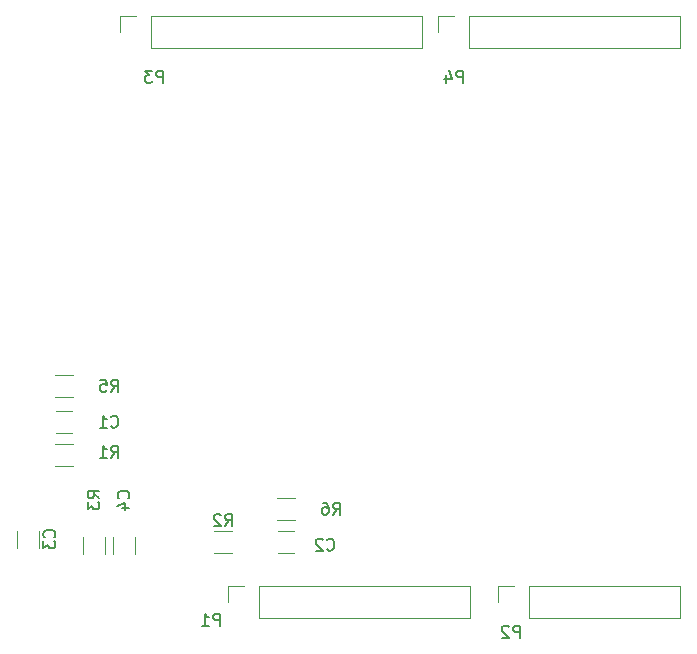
<source format=gbr>
%TF.GenerationSoftware,KiCad,Pcbnew,(6.0.0-rc1-120-ge56e61ffb5)*%
%TF.CreationDate,2022-01-08T17:43:00+01:00*%
%TF.ProjectId,shield_gas_sensor,73686965-6c64-45f6-9761-735f73656e73,1.0*%
%TF.SameCoordinates,Original*%
%TF.FileFunction,Legend,Bot*%
%TF.FilePolarity,Positive*%
%FSLAX46Y46*%
G04 Gerber Fmt 4.6, Leading zero omitted, Abs format (unit mm)*
G04 Created by KiCad (PCBNEW (6.0.0-rc1-120-ge56e61ffb5)) date 2022-01-08 17:43:00*
%MOMM*%
%LPD*%
G01*
G04 APERTURE LIST*
%ADD10C,0.150000*%
%ADD11C,0.120000*%
G04 APERTURE END LIST*
D10*
%TO.C,P1*%
X136882095Y-125801380D02*
X136882095Y-124801380D01*
X136501142Y-124801380D01*
X136405904Y-124849000D01*
X136358285Y-124896619D01*
X136310666Y-124991857D01*
X136310666Y-125134714D01*
X136358285Y-125229952D01*
X136405904Y-125277571D01*
X136501142Y-125325190D01*
X136882095Y-125325190D01*
X135358285Y-125801380D02*
X135929714Y-125801380D01*
X135644000Y-125801380D02*
X135644000Y-124801380D01*
X135739238Y-124944238D01*
X135834476Y-125039476D01*
X135929714Y-125087095D01*
%TO.C,P2*%
X162282095Y-126817380D02*
X162282095Y-125817380D01*
X161901142Y-125817380D01*
X161805904Y-125865000D01*
X161758285Y-125912619D01*
X161710666Y-126007857D01*
X161710666Y-126150714D01*
X161758285Y-126245952D01*
X161805904Y-126293571D01*
X161901142Y-126341190D01*
X162282095Y-126341190D01*
X161329714Y-125912619D02*
X161282095Y-125865000D01*
X161186857Y-125817380D01*
X160948761Y-125817380D01*
X160853523Y-125865000D01*
X160805904Y-125912619D01*
X160758285Y-126007857D01*
X160758285Y-126103095D01*
X160805904Y-126245952D01*
X161377333Y-126817380D01*
X160758285Y-126817380D01*
%TO.C,P3*%
X132056095Y-79827380D02*
X132056095Y-78827380D01*
X131675142Y-78827380D01*
X131579904Y-78875000D01*
X131532285Y-78922619D01*
X131484666Y-79017857D01*
X131484666Y-79160714D01*
X131532285Y-79255952D01*
X131579904Y-79303571D01*
X131675142Y-79351190D01*
X132056095Y-79351190D01*
X131151333Y-78827380D02*
X130532285Y-78827380D01*
X130865619Y-79208333D01*
X130722761Y-79208333D01*
X130627523Y-79255952D01*
X130579904Y-79303571D01*
X130532285Y-79398809D01*
X130532285Y-79636904D01*
X130579904Y-79732142D01*
X130627523Y-79779761D01*
X130722761Y-79827380D01*
X131008476Y-79827380D01*
X131103714Y-79779761D01*
X131151333Y-79732142D01*
%TO.C,P4*%
X157456095Y-79827380D02*
X157456095Y-78827380D01*
X157075142Y-78827380D01*
X156979904Y-78875000D01*
X156932285Y-78922619D01*
X156884666Y-79017857D01*
X156884666Y-79160714D01*
X156932285Y-79255952D01*
X156979904Y-79303571D01*
X157075142Y-79351190D01*
X157456095Y-79351190D01*
X156027523Y-79160714D02*
X156027523Y-79827380D01*
X156265619Y-78779761D02*
X156503714Y-79494047D01*
X155884666Y-79494047D01*
%TO.C,R5*%
X127674666Y-105989380D02*
X128008000Y-105513190D01*
X128246095Y-105989380D02*
X128246095Y-104989380D01*
X127865142Y-104989380D01*
X127769904Y-105037000D01*
X127722285Y-105084619D01*
X127674666Y-105179857D01*
X127674666Y-105322714D01*
X127722285Y-105417952D01*
X127769904Y-105465571D01*
X127865142Y-105513190D01*
X128246095Y-105513190D01*
X126769904Y-104989380D02*
X127246095Y-104989380D01*
X127293714Y-105465571D01*
X127246095Y-105417952D01*
X127150857Y-105370333D01*
X126912761Y-105370333D01*
X126817523Y-105417952D01*
X126769904Y-105465571D01*
X126722285Y-105560809D01*
X126722285Y-105798904D01*
X126769904Y-105894142D01*
X126817523Y-105941761D01*
X126912761Y-105989380D01*
X127150857Y-105989380D01*
X127246095Y-105941761D01*
X127293714Y-105894142D01*
%TO.C,C3*%
X122857142Y-118324333D02*
X122904761Y-118276714D01*
X122952380Y-118133857D01*
X122952380Y-118038619D01*
X122904761Y-117895761D01*
X122809523Y-117800523D01*
X122714285Y-117752904D01*
X122523809Y-117705285D01*
X122380952Y-117705285D01*
X122190476Y-117752904D01*
X122095238Y-117800523D01*
X122000000Y-117895761D01*
X121952380Y-118038619D01*
X121952380Y-118133857D01*
X122000000Y-118276714D01*
X122047619Y-118324333D01*
X121952380Y-118657666D02*
X121952380Y-119276714D01*
X122333333Y-118943380D01*
X122333333Y-119086238D01*
X122380952Y-119181476D01*
X122428571Y-119229095D01*
X122523809Y-119276714D01*
X122761904Y-119276714D01*
X122857142Y-119229095D01*
X122904761Y-119181476D01*
X122952380Y-119086238D01*
X122952380Y-118800523D01*
X122904761Y-118705285D01*
X122857142Y-118657666D01*
%TO.C,C2*%
X145962666Y-119356142D02*
X146010285Y-119403761D01*
X146153142Y-119451380D01*
X146248380Y-119451380D01*
X146391238Y-119403761D01*
X146486476Y-119308523D01*
X146534095Y-119213285D01*
X146581714Y-119022809D01*
X146581714Y-118879952D01*
X146534095Y-118689476D01*
X146486476Y-118594238D01*
X146391238Y-118499000D01*
X146248380Y-118451380D01*
X146153142Y-118451380D01*
X146010285Y-118499000D01*
X145962666Y-118546619D01*
X145581714Y-118546619D02*
X145534095Y-118499000D01*
X145438857Y-118451380D01*
X145200761Y-118451380D01*
X145105523Y-118499000D01*
X145057904Y-118546619D01*
X145010285Y-118641857D01*
X145010285Y-118737095D01*
X145057904Y-118879952D01*
X145629333Y-119451380D01*
X145010285Y-119451380D01*
%TO.C,C1*%
X127674666Y-108942142D02*
X127722285Y-108989761D01*
X127865142Y-109037380D01*
X127960380Y-109037380D01*
X128103238Y-108989761D01*
X128198476Y-108894523D01*
X128246095Y-108799285D01*
X128293714Y-108608809D01*
X128293714Y-108465952D01*
X128246095Y-108275476D01*
X128198476Y-108180238D01*
X128103238Y-108085000D01*
X127960380Y-108037380D01*
X127865142Y-108037380D01*
X127722285Y-108085000D01*
X127674666Y-108132619D01*
X126722285Y-109037380D02*
X127293714Y-109037380D01*
X127008000Y-109037380D02*
X127008000Y-108037380D01*
X127103238Y-108180238D01*
X127198476Y-108275476D01*
X127293714Y-108323095D01*
%TO.C,R3*%
X126690380Y-115022333D02*
X126214190Y-114689000D01*
X126690380Y-114450904D02*
X125690380Y-114450904D01*
X125690380Y-114831857D01*
X125738000Y-114927095D01*
X125785619Y-114974714D01*
X125880857Y-115022333D01*
X126023714Y-115022333D01*
X126118952Y-114974714D01*
X126166571Y-114927095D01*
X126214190Y-114831857D01*
X126214190Y-114450904D01*
X125690380Y-115355666D02*
X125690380Y-115974714D01*
X126071333Y-115641380D01*
X126071333Y-115784238D01*
X126118952Y-115879476D01*
X126166571Y-115927095D01*
X126261809Y-115974714D01*
X126499904Y-115974714D01*
X126595142Y-115927095D01*
X126642761Y-115879476D01*
X126690380Y-115784238D01*
X126690380Y-115498523D01*
X126642761Y-115403285D01*
X126595142Y-115355666D01*
%TO.C,R2*%
X137326666Y-117377380D02*
X137660000Y-116901190D01*
X137898095Y-117377380D02*
X137898095Y-116377380D01*
X137517142Y-116377380D01*
X137421904Y-116425000D01*
X137374285Y-116472619D01*
X137326666Y-116567857D01*
X137326666Y-116710714D01*
X137374285Y-116805952D01*
X137421904Y-116853571D01*
X137517142Y-116901190D01*
X137898095Y-116901190D01*
X136945714Y-116472619D02*
X136898095Y-116425000D01*
X136802857Y-116377380D01*
X136564761Y-116377380D01*
X136469523Y-116425000D01*
X136421904Y-116472619D01*
X136374285Y-116567857D01*
X136374285Y-116663095D01*
X136421904Y-116805952D01*
X136993333Y-117377380D01*
X136374285Y-117377380D01*
%TO.C,R1*%
X127674666Y-111577380D02*
X128008000Y-111101190D01*
X128246095Y-111577380D02*
X128246095Y-110577380D01*
X127865142Y-110577380D01*
X127769904Y-110625000D01*
X127722285Y-110672619D01*
X127674666Y-110767857D01*
X127674666Y-110910714D01*
X127722285Y-111005952D01*
X127769904Y-111053571D01*
X127865142Y-111101190D01*
X128246095Y-111101190D01*
X126722285Y-111577380D02*
X127293714Y-111577380D01*
X127008000Y-111577380D02*
X127008000Y-110577380D01*
X127103238Y-110720238D01*
X127198476Y-110815476D01*
X127293714Y-110863095D01*
%TO.C,R6*%
X146470666Y-116403380D02*
X146804000Y-115927190D01*
X147042095Y-116403380D02*
X147042095Y-115403380D01*
X146661142Y-115403380D01*
X146565904Y-115451000D01*
X146518285Y-115498619D01*
X146470666Y-115593857D01*
X146470666Y-115736714D01*
X146518285Y-115831952D01*
X146565904Y-115879571D01*
X146661142Y-115927190D01*
X147042095Y-115927190D01*
X145613523Y-115403380D02*
X145804000Y-115403380D01*
X145899238Y-115451000D01*
X145946857Y-115498619D01*
X146042095Y-115641476D01*
X146089714Y-115831952D01*
X146089714Y-116212904D01*
X146042095Y-116308142D01*
X145994476Y-116355761D01*
X145899238Y-116403380D01*
X145708761Y-116403380D01*
X145613523Y-116355761D01*
X145565904Y-116308142D01*
X145518285Y-116212904D01*
X145518285Y-115974809D01*
X145565904Y-115879571D01*
X145613523Y-115831952D01*
X145708761Y-115784333D01*
X145899238Y-115784333D01*
X145994476Y-115831952D01*
X146042095Y-115879571D01*
X146089714Y-115974809D01*
%TO.C,C4*%
X129135142Y-115022333D02*
X129182761Y-114974714D01*
X129230380Y-114831857D01*
X129230380Y-114736619D01*
X129182761Y-114593761D01*
X129087523Y-114498523D01*
X128992285Y-114450904D01*
X128801809Y-114403285D01*
X128658952Y-114403285D01*
X128468476Y-114450904D01*
X128373238Y-114498523D01*
X128278000Y-114593761D01*
X128230380Y-114736619D01*
X128230380Y-114831857D01*
X128278000Y-114974714D01*
X128325619Y-115022333D01*
X128563714Y-115879476D02*
X129230380Y-115879476D01*
X128182761Y-115641380D02*
X128897047Y-115403285D01*
X128897047Y-116022333D01*
D11*
%TO.C,P1*%
X140208000Y-125155000D02*
X158048000Y-125155000D01*
X137608000Y-122495000D02*
X137608000Y-123825000D01*
X138938000Y-122495000D02*
X137608000Y-122495000D01*
X140208000Y-122495000D02*
X140208000Y-125155000D01*
X158048000Y-122495000D02*
X158048000Y-125155000D01*
X140208000Y-122495000D02*
X158048000Y-122495000D01*
%TO.C,P2*%
X160468000Y-122495000D02*
X160468000Y-123825000D01*
X163068000Y-122495000D02*
X163068000Y-125155000D01*
X163068000Y-125155000D02*
X175828000Y-125155000D01*
X161798000Y-122495000D02*
X160468000Y-122495000D01*
X175828000Y-122495000D02*
X175828000Y-125155000D01*
X163068000Y-122495000D02*
X175828000Y-122495000D01*
%TO.C,P3*%
X131064000Y-74235000D02*
X131064000Y-76895000D01*
X131064000Y-76895000D02*
X153984000Y-76895000D01*
X128464000Y-74235000D02*
X128464000Y-75565000D01*
X129794000Y-74235000D02*
X128464000Y-74235000D01*
X131064000Y-74235000D02*
X153984000Y-74235000D01*
X153984000Y-74235000D02*
X153984000Y-76895000D01*
%TO.C,P4*%
X157988000Y-74235000D02*
X175828000Y-74235000D01*
X157988000Y-76895000D02*
X175828000Y-76895000D01*
X157988000Y-74235000D02*
X157988000Y-76895000D01*
X155388000Y-74235000D02*
X155388000Y-75565000D01*
X156718000Y-74235000D02*
X155388000Y-74235000D01*
X175828000Y-74235000D02*
X175828000Y-76895000D01*
%TO.C,R5*%
X122970936Y-106447000D02*
X124425064Y-106447000D01*
X122970936Y-104627000D02*
X124425064Y-104627000D01*
%TO.C,C3*%
X121560000Y-119202252D02*
X121560000Y-117779748D01*
X119740000Y-119202252D02*
X119740000Y-117779748D01*
%TO.C,C2*%
X143205252Y-117835000D02*
X141782748Y-117835000D01*
X143205252Y-119655000D02*
X141782748Y-119655000D01*
%TO.C,C1*%
X124409252Y-109495000D02*
X122986748Y-109495000D01*
X124409252Y-107675000D02*
X122986748Y-107675000D01*
%TO.C,R3*%
X127148000Y-118271936D02*
X127148000Y-119726064D01*
X125328000Y-118271936D02*
X125328000Y-119726064D01*
%TO.C,R2*%
X137887064Y-119655000D02*
X136432936Y-119655000D01*
X137887064Y-117835000D02*
X136432936Y-117835000D01*
%TO.C,R1*%
X122970936Y-110469000D02*
X124425064Y-110469000D01*
X122970936Y-112289000D02*
X124425064Y-112289000D01*
%TO.C,R6*%
X143221064Y-116861000D02*
X141766936Y-116861000D01*
X143221064Y-115041000D02*
X141766936Y-115041000D01*
%TO.C,C4*%
X127868000Y-119710252D02*
X127868000Y-118287748D01*
X129688000Y-119710252D02*
X129688000Y-118287748D01*
%TD*%
M02*

</source>
